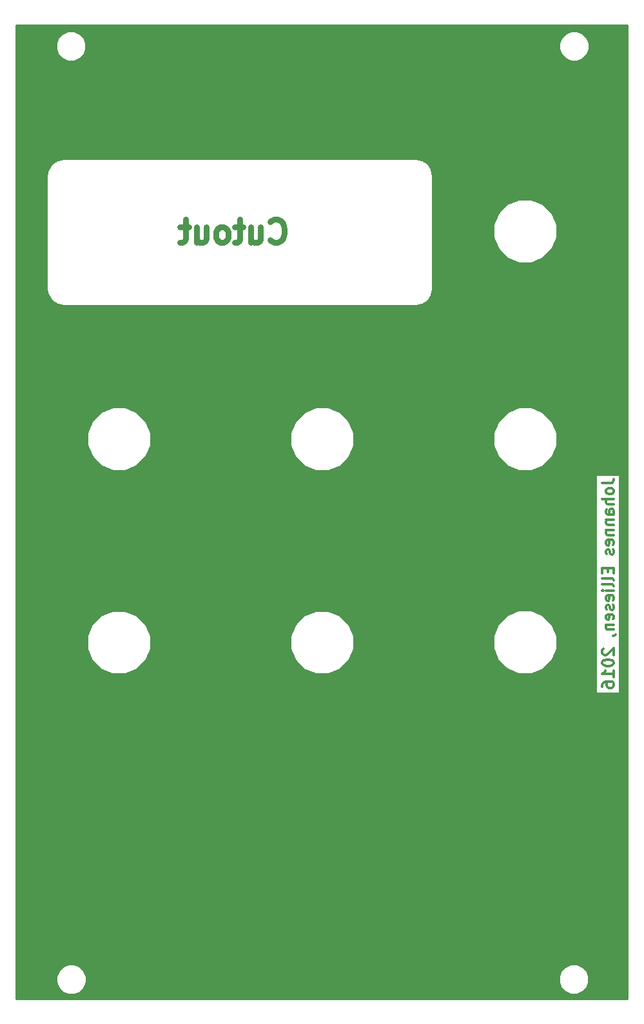
<source format=gbr>
G04 #@! TF.FileFunction,Copper,L2,Bot,Signal*
%FSLAX46Y46*%
G04 Gerber Fmt 4.6, Leading zero omitted, Abs format (unit mm)*
G04 Created by KiCad (PCBNEW 4.0.1-stable) date Donnerstag, 28. April 2016 'u16' 11:16:15*
%MOMM*%
G01*
G04 APERTURE LIST*
%ADD10C,0.150000*%
%ADD11C,0.750000*%
%ADD12C,0.300000*%
%ADD13C,7.800000*%
%ADD14C,0.254000*%
G04 APERTURE END LIST*
D10*
D11*
X114582144Y-60596429D02*
X114725001Y-60739286D01*
X115153572Y-60882143D01*
X115439286Y-60882143D01*
X115867858Y-60739286D01*
X116153572Y-60453571D01*
X116296429Y-60167857D01*
X116439286Y-59596429D01*
X116439286Y-59167857D01*
X116296429Y-58596429D01*
X116153572Y-58310714D01*
X115867858Y-58025000D01*
X115439286Y-57882143D01*
X115153572Y-57882143D01*
X114725001Y-58025000D01*
X114582144Y-58167857D01*
X112010715Y-58882143D02*
X112010715Y-60882143D01*
X113296429Y-58882143D02*
X113296429Y-60453571D01*
X113153572Y-60739286D01*
X112867858Y-60882143D01*
X112439286Y-60882143D01*
X112153572Y-60739286D01*
X112010715Y-60596429D01*
X111010715Y-58882143D02*
X109867858Y-58882143D01*
X110582143Y-57882143D02*
X110582143Y-60453571D01*
X110439286Y-60739286D01*
X110153572Y-60882143D01*
X109867858Y-60882143D01*
X108439286Y-60882143D02*
X108725000Y-60739286D01*
X108867857Y-60596429D01*
X109010714Y-60310714D01*
X109010714Y-59453571D01*
X108867857Y-59167857D01*
X108725000Y-59025000D01*
X108439286Y-58882143D01*
X108010714Y-58882143D01*
X107725000Y-59025000D01*
X107582143Y-59167857D01*
X107439286Y-59453571D01*
X107439286Y-60310714D01*
X107582143Y-60596429D01*
X107725000Y-60739286D01*
X108010714Y-60882143D01*
X108439286Y-60882143D01*
X104867857Y-58882143D02*
X104867857Y-60882143D01*
X106153571Y-58882143D02*
X106153571Y-60453571D01*
X106010714Y-60739286D01*
X105725000Y-60882143D01*
X105296428Y-60882143D01*
X105010714Y-60739286D01*
X104867857Y-60596429D01*
X103867857Y-58882143D02*
X102725000Y-58882143D01*
X103439285Y-57882143D02*
X103439285Y-60453571D01*
X103296428Y-60739286D01*
X103010714Y-60882143D01*
X102725000Y-60882143D01*
D12*
X158178571Y-92521429D02*
X159250000Y-92521429D01*
X159464286Y-92450001D01*
X159607143Y-92307144D01*
X159678571Y-92092858D01*
X159678571Y-91950001D01*
X159678571Y-93450001D02*
X159607143Y-93307143D01*
X159535714Y-93235715D01*
X159392857Y-93164286D01*
X158964286Y-93164286D01*
X158821429Y-93235715D01*
X158750000Y-93307143D01*
X158678571Y-93450001D01*
X158678571Y-93664286D01*
X158750000Y-93807143D01*
X158821429Y-93878572D01*
X158964286Y-93950001D01*
X159392857Y-93950001D01*
X159535714Y-93878572D01*
X159607143Y-93807143D01*
X159678571Y-93664286D01*
X159678571Y-93450001D01*
X159678571Y-94592858D02*
X158178571Y-94592858D01*
X159678571Y-95235715D02*
X158892857Y-95235715D01*
X158750000Y-95164286D01*
X158678571Y-95021429D01*
X158678571Y-94807144D01*
X158750000Y-94664286D01*
X158821429Y-94592858D01*
X159678571Y-96592858D02*
X158892857Y-96592858D01*
X158750000Y-96521429D01*
X158678571Y-96378572D01*
X158678571Y-96092858D01*
X158750000Y-95950001D01*
X159607143Y-96592858D02*
X159678571Y-96450001D01*
X159678571Y-96092858D01*
X159607143Y-95950001D01*
X159464286Y-95878572D01*
X159321429Y-95878572D01*
X159178571Y-95950001D01*
X159107143Y-96092858D01*
X159107143Y-96450001D01*
X159035714Y-96592858D01*
X158678571Y-97307144D02*
X159678571Y-97307144D01*
X158821429Y-97307144D02*
X158750000Y-97378572D01*
X158678571Y-97521430D01*
X158678571Y-97735715D01*
X158750000Y-97878572D01*
X158892857Y-97950001D01*
X159678571Y-97950001D01*
X158678571Y-98664287D02*
X159678571Y-98664287D01*
X158821429Y-98664287D02*
X158750000Y-98735715D01*
X158678571Y-98878573D01*
X158678571Y-99092858D01*
X158750000Y-99235715D01*
X158892857Y-99307144D01*
X159678571Y-99307144D01*
X159607143Y-100592858D02*
X159678571Y-100450001D01*
X159678571Y-100164287D01*
X159607143Y-100021430D01*
X159464286Y-99950001D01*
X158892857Y-99950001D01*
X158750000Y-100021430D01*
X158678571Y-100164287D01*
X158678571Y-100450001D01*
X158750000Y-100592858D01*
X158892857Y-100664287D01*
X159035714Y-100664287D01*
X159178571Y-99950001D01*
X159607143Y-101235715D02*
X159678571Y-101378572D01*
X159678571Y-101664287D01*
X159607143Y-101807144D01*
X159464286Y-101878572D01*
X159392857Y-101878572D01*
X159250000Y-101807144D01*
X159178571Y-101664287D01*
X159178571Y-101450001D01*
X159107143Y-101307144D01*
X158964286Y-101235715D01*
X158892857Y-101235715D01*
X158750000Y-101307144D01*
X158678571Y-101450001D01*
X158678571Y-101664287D01*
X158750000Y-101807144D01*
X158892857Y-103664287D02*
X158892857Y-104164287D01*
X159678571Y-104378573D02*
X159678571Y-103664287D01*
X158178571Y-103664287D01*
X158178571Y-104378573D01*
X159678571Y-105235716D02*
X159607143Y-105092858D01*
X159464286Y-105021430D01*
X158178571Y-105021430D01*
X159678571Y-106021430D02*
X159607143Y-105878572D01*
X159464286Y-105807144D01*
X158178571Y-105807144D01*
X159678571Y-106592858D02*
X158678571Y-106592858D01*
X158178571Y-106592858D02*
X158250000Y-106521429D01*
X158321429Y-106592858D01*
X158250000Y-106664286D01*
X158178571Y-106592858D01*
X158321429Y-106592858D01*
X159607143Y-107878572D02*
X159678571Y-107735715D01*
X159678571Y-107450001D01*
X159607143Y-107307144D01*
X159464286Y-107235715D01*
X158892857Y-107235715D01*
X158750000Y-107307144D01*
X158678571Y-107450001D01*
X158678571Y-107735715D01*
X158750000Y-107878572D01*
X158892857Y-107950001D01*
X159035714Y-107950001D01*
X159178571Y-107235715D01*
X159607143Y-108521429D02*
X159678571Y-108664286D01*
X159678571Y-108950001D01*
X159607143Y-109092858D01*
X159464286Y-109164286D01*
X159392857Y-109164286D01*
X159250000Y-109092858D01*
X159178571Y-108950001D01*
X159178571Y-108735715D01*
X159107143Y-108592858D01*
X158964286Y-108521429D01*
X158892857Y-108521429D01*
X158750000Y-108592858D01*
X158678571Y-108735715D01*
X158678571Y-108950001D01*
X158750000Y-109092858D01*
X159607143Y-110378572D02*
X159678571Y-110235715D01*
X159678571Y-109950001D01*
X159607143Y-109807144D01*
X159464286Y-109735715D01*
X158892857Y-109735715D01*
X158750000Y-109807144D01*
X158678571Y-109950001D01*
X158678571Y-110235715D01*
X158750000Y-110378572D01*
X158892857Y-110450001D01*
X159035714Y-110450001D01*
X159178571Y-109735715D01*
X158678571Y-111092858D02*
X159678571Y-111092858D01*
X158821429Y-111092858D02*
X158750000Y-111164286D01*
X158678571Y-111307144D01*
X158678571Y-111521429D01*
X158750000Y-111664286D01*
X158892857Y-111735715D01*
X159678571Y-111735715D01*
X159607143Y-112521429D02*
X159678571Y-112521429D01*
X159821429Y-112450001D01*
X159892857Y-112378572D01*
X158321429Y-114235715D02*
X158250000Y-114307144D01*
X158178571Y-114450001D01*
X158178571Y-114807144D01*
X158250000Y-114950001D01*
X158321429Y-115021430D01*
X158464286Y-115092858D01*
X158607143Y-115092858D01*
X158821429Y-115021430D01*
X159678571Y-114164287D01*
X159678571Y-115092858D01*
X158178571Y-116021429D02*
X158178571Y-116164286D01*
X158250000Y-116307143D01*
X158321429Y-116378572D01*
X158464286Y-116450001D01*
X158750000Y-116521429D01*
X159107143Y-116521429D01*
X159392857Y-116450001D01*
X159535714Y-116378572D01*
X159607143Y-116307143D01*
X159678571Y-116164286D01*
X159678571Y-116021429D01*
X159607143Y-115878572D01*
X159535714Y-115807143D01*
X159392857Y-115735715D01*
X159107143Y-115664286D01*
X158750000Y-115664286D01*
X158464286Y-115735715D01*
X158321429Y-115807143D01*
X158250000Y-115878572D01*
X158178571Y-116021429D01*
X159678571Y-117950000D02*
X159678571Y-117092857D01*
X159678571Y-117521429D02*
X158178571Y-117521429D01*
X158392857Y-117378572D01*
X158535714Y-117235714D01*
X158607143Y-117092857D01*
X158178571Y-119235714D02*
X158178571Y-118950000D01*
X158250000Y-118807143D01*
X158321429Y-118735714D01*
X158535714Y-118592857D01*
X158821429Y-118521428D01*
X159392857Y-118521428D01*
X159535714Y-118592857D01*
X159607143Y-118664285D01*
X159678571Y-118807143D01*
X159678571Y-119092857D01*
X159607143Y-119235714D01*
X159535714Y-119307143D01*
X159392857Y-119378571D01*
X159035714Y-119378571D01*
X158892857Y-119307143D01*
X158821429Y-119235714D01*
X158750000Y-119092857D01*
X158750000Y-118807143D01*
X158821429Y-118664285D01*
X158892857Y-118592857D01*
X159035714Y-118521428D01*
D13*
X88330000Y-143220000D03*
X101030000Y-143220000D03*
X113710000Y-143220000D03*
X126410000Y-143220000D03*
X139120000Y-143220000D03*
X154360000Y-143220000D03*
D14*
G36*
X161490000Y-160190000D02*
X81210000Y-160190000D01*
X81210000Y-158051524D01*
X86432657Y-158051524D01*
X86733003Y-158778418D01*
X87288657Y-159335042D01*
X88015025Y-159636656D01*
X88801524Y-159637343D01*
X89528418Y-159336997D01*
X90085042Y-158781343D01*
X90386656Y-158054975D01*
X90386693Y-158011524D01*
X152442657Y-158011524D01*
X152743003Y-158738418D01*
X153298657Y-159295042D01*
X154025025Y-159596656D01*
X154811524Y-159597343D01*
X155538418Y-159296997D01*
X156095042Y-158741343D01*
X156396656Y-158014975D01*
X156397343Y-157228476D01*
X156096997Y-156501582D01*
X155541343Y-155944958D01*
X154814975Y-155643344D01*
X154028476Y-155642657D01*
X153301582Y-155943003D01*
X152744958Y-156498657D01*
X152443344Y-157225025D01*
X152442657Y-158011524D01*
X90386693Y-158011524D01*
X90387343Y-157268476D01*
X90086997Y-156541582D01*
X89531343Y-155984958D01*
X88804975Y-155683344D01*
X88018476Y-155682657D01*
X87291582Y-155983003D01*
X86734958Y-156538657D01*
X86433344Y-157265025D01*
X86432657Y-158051524D01*
X81210000Y-158051524D01*
X81210000Y-114227211D01*
X90492277Y-114227211D01*
X91126847Y-115762989D01*
X92300830Y-116939023D01*
X93835498Y-117576273D01*
X95497211Y-117577723D01*
X97032989Y-116943153D01*
X98209023Y-115769170D01*
X98846273Y-114234502D01*
X98846279Y-114227211D01*
X117172277Y-114227211D01*
X117806847Y-115762989D01*
X118980830Y-116939023D01*
X120515498Y-117576273D01*
X122177211Y-117577723D01*
X123712989Y-116943153D01*
X124889023Y-115769170D01*
X125526273Y-114234502D01*
X125526305Y-114197211D01*
X143832277Y-114197211D01*
X144466847Y-115732989D01*
X145640830Y-116909023D01*
X147175498Y-117546273D01*
X148837211Y-117547723D01*
X150372989Y-116913153D01*
X151549023Y-115739170D01*
X152186273Y-114204502D01*
X152187723Y-112542789D01*
X151553153Y-111007011D01*
X150379170Y-109830977D01*
X148844502Y-109193727D01*
X147182789Y-109192277D01*
X145647011Y-109826847D01*
X144470977Y-111000830D01*
X143833727Y-112535498D01*
X143832277Y-114197211D01*
X125526305Y-114197211D01*
X125527723Y-112572789D01*
X124893153Y-111037011D01*
X123719170Y-109860977D01*
X122184502Y-109223727D01*
X120522789Y-109222277D01*
X118987011Y-109856847D01*
X117810977Y-111030830D01*
X117173727Y-112565498D01*
X117172277Y-114227211D01*
X98846279Y-114227211D01*
X98847723Y-112572789D01*
X98213153Y-111037011D01*
X97039170Y-109860977D01*
X95504502Y-109223727D01*
X93842789Y-109222277D01*
X92307011Y-109856847D01*
X91130977Y-111030830D01*
X90493727Y-112565498D01*
X90492277Y-114227211D01*
X81210000Y-114227211D01*
X81210000Y-91350715D01*
X157265000Y-91350715D01*
X157265000Y-120049285D01*
X160435000Y-120049285D01*
X160435000Y-91350715D01*
X157265000Y-91350715D01*
X81210000Y-91350715D01*
X81210000Y-87507211D01*
X90502277Y-87507211D01*
X91136847Y-89042989D01*
X92310830Y-90219023D01*
X93845498Y-90856273D01*
X95507211Y-90857723D01*
X97042989Y-90223153D01*
X98219023Y-89049170D01*
X98846843Y-87537211D01*
X117192277Y-87537211D01*
X117826847Y-89072989D01*
X119000830Y-90249023D01*
X120535498Y-90886273D01*
X122197211Y-90887723D01*
X123732989Y-90253153D01*
X124909023Y-89079170D01*
X125546273Y-87544502D01*
X125546279Y-87537211D01*
X143852277Y-87537211D01*
X144486847Y-89072989D01*
X145660830Y-90249023D01*
X147195498Y-90886273D01*
X148857211Y-90887723D01*
X150392989Y-90253153D01*
X151569023Y-89079170D01*
X152206273Y-87544502D01*
X152207723Y-85882789D01*
X151573153Y-84347011D01*
X150399170Y-83170977D01*
X148864502Y-82533727D01*
X147202789Y-82532277D01*
X145667011Y-83166847D01*
X144490977Y-84340830D01*
X143853727Y-85875498D01*
X143852277Y-87537211D01*
X125546279Y-87537211D01*
X125547723Y-85882789D01*
X124913153Y-84347011D01*
X123739170Y-83170977D01*
X122204502Y-82533727D01*
X120542789Y-82532277D01*
X119007011Y-83166847D01*
X117830977Y-84340830D01*
X117193727Y-85875498D01*
X117192277Y-87537211D01*
X98846843Y-87537211D01*
X98856273Y-87514502D01*
X98857723Y-85852789D01*
X98223153Y-84317011D01*
X97049170Y-83140977D01*
X95514502Y-82503727D01*
X93852789Y-82502277D01*
X92317011Y-83136847D01*
X91140977Y-84310830D01*
X90503727Y-85845498D01*
X90502277Y-87507211D01*
X81210000Y-87507211D01*
X81210000Y-52200000D01*
X85190000Y-52200000D01*
X85190000Y-66900000D01*
X85195957Y-66929947D01*
X85195957Y-66960478D01*
X85348197Y-67725845D01*
X85394485Y-67837594D01*
X85828029Y-68486438D01*
X85828030Y-68486441D01*
X85913559Y-68571970D01*
X86562406Y-69005515D01*
X86674155Y-69051803D01*
X86674160Y-69051803D01*
X87439522Y-69204043D01*
X87470053Y-69204043D01*
X87500000Y-69210000D01*
X133600000Y-69210000D01*
X133629947Y-69204043D01*
X133660478Y-69204043D01*
X134425845Y-69051803D01*
X134537594Y-69005515D01*
X135186438Y-68571971D01*
X135186441Y-68571970D01*
X135271970Y-68486441D01*
X135705515Y-67837594D01*
X135751803Y-67725845D01*
X135751803Y-67725840D01*
X135904043Y-66960478D01*
X135904043Y-66929947D01*
X135910000Y-66900000D01*
X135910000Y-60227211D01*
X143842277Y-60227211D01*
X144476847Y-61762989D01*
X145650830Y-62939023D01*
X147185498Y-63576273D01*
X148847211Y-63577723D01*
X150382989Y-62943153D01*
X151559023Y-61769170D01*
X152196273Y-60234502D01*
X152197723Y-58572789D01*
X151563153Y-57037011D01*
X150389170Y-55860977D01*
X148854502Y-55223727D01*
X147192789Y-55222277D01*
X145657011Y-55856847D01*
X144480977Y-57030830D01*
X143843727Y-58565498D01*
X143842277Y-60227211D01*
X135910000Y-60227211D01*
X135910000Y-52200000D01*
X135904043Y-52170053D01*
X135904043Y-52139522D01*
X135751803Y-51374160D01*
X135751803Y-51374155D01*
X135705515Y-51262406D01*
X135271970Y-50613559D01*
X135186441Y-50528030D01*
X135186438Y-50528029D01*
X134537594Y-50094485D01*
X134425845Y-50048197D01*
X133660478Y-49895957D01*
X133629947Y-49895957D01*
X133600000Y-49890000D01*
X87500000Y-49890000D01*
X87470053Y-49895957D01*
X87439522Y-49895957D01*
X86674160Y-50048197D01*
X86562406Y-50094485D01*
X85913559Y-50528030D01*
X85828030Y-50613559D01*
X85828030Y-50613560D01*
X85394485Y-51262406D01*
X85348197Y-51374155D01*
X85195957Y-52139522D01*
X85195957Y-52170053D01*
X85190000Y-52200000D01*
X81210000Y-52200000D01*
X81210000Y-35511524D01*
X86412657Y-35511524D01*
X86713003Y-36238418D01*
X87268657Y-36795042D01*
X87995025Y-37096656D01*
X88781524Y-37097343D01*
X89508418Y-36796997D01*
X90065042Y-36241343D01*
X90366656Y-35514975D01*
X90366659Y-35511524D01*
X152472657Y-35511524D01*
X152773003Y-36238418D01*
X153328657Y-36795042D01*
X154055025Y-37096656D01*
X154841524Y-37097343D01*
X155568418Y-36796997D01*
X156125042Y-36241343D01*
X156426656Y-35514975D01*
X156427343Y-34728476D01*
X156126997Y-34001582D01*
X155571343Y-33444958D01*
X154844975Y-33143344D01*
X154058476Y-33142657D01*
X153331582Y-33443003D01*
X152774958Y-33998657D01*
X152473344Y-34725025D01*
X152472657Y-35511524D01*
X90366659Y-35511524D01*
X90367343Y-34728476D01*
X90066997Y-34001582D01*
X89511343Y-33444958D01*
X88784975Y-33143344D01*
X87998476Y-33142657D01*
X87271582Y-33443003D01*
X86714958Y-33998657D01*
X86413344Y-34725025D01*
X86412657Y-35511524D01*
X81210000Y-35511524D01*
X81210000Y-32410000D01*
X161490000Y-32410000D01*
X161490000Y-160190000D01*
X161490000Y-160190000D01*
G37*
X161490000Y-160190000D02*
X81210000Y-160190000D01*
X81210000Y-158051524D01*
X86432657Y-158051524D01*
X86733003Y-158778418D01*
X87288657Y-159335042D01*
X88015025Y-159636656D01*
X88801524Y-159637343D01*
X89528418Y-159336997D01*
X90085042Y-158781343D01*
X90386656Y-158054975D01*
X90386693Y-158011524D01*
X152442657Y-158011524D01*
X152743003Y-158738418D01*
X153298657Y-159295042D01*
X154025025Y-159596656D01*
X154811524Y-159597343D01*
X155538418Y-159296997D01*
X156095042Y-158741343D01*
X156396656Y-158014975D01*
X156397343Y-157228476D01*
X156096997Y-156501582D01*
X155541343Y-155944958D01*
X154814975Y-155643344D01*
X154028476Y-155642657D01*
X153301582Y-155943003D01*
X152744958Y-156498657D01*
X152443344Y-157225025D01*
X152442657Y-158011524D01*
X90386693Y-158011524D01*
X90387343Y-157268476D01*
X90086997Y-156541582D01*
X89531343Y-155984958D01*
X88804975Y-155683344D01*
X88018476Y-155682657D01*
X87291582Y-155983003D01*
X86734958Y-156538657D01*
X86433344Y-157265025D01*
X86432657Y-158051524D01*
X81210000Y-158051524D01*
X81210000Y-114227211D01*
X90492277Y-114227211D01*
X91126847Y-115762989D01*
X92300830Y-116939023D01*
X93835498Y-117576273D01*
X95497211Y-117577723D01*
X97032989Y-116943153D01*
X98209023Y-115769170D01*
X98846273Y-114234502D01*
X98846279Y-114227211D01*
X117172277Y-114227211D01*
X117806847Y-115762989D01*
X118980830Y-116939023D01*
X120515498Y-117576273D01*
X122177211Y-117577723D01*
X123712989Y-116943153D01*
X124889023Y-115769170D01*
X125526273Y-114234502D01*
X125526305Y-114197211D01*
X143832277Y-114197211D01*
X144466847Y-115732989D01*
X145640830Y-116909023D01*
X147175498Y-117546273D01*
X148837211Y-117547723D01*
X150372989Y-116913153D01*
X151549023Y-115739170D01*
X152186273Y-114204502D01*
X152187723Y-112542789D01*
X151553153Y-111007011D01*
X150379170Y-109830977D01*
X148844502Y-109193727D01*
X147182789Y-109192277D01*
X145647011Y-109826847D01*
X144470977Y-111000830D01*
X143833727Y-112535498D01*
X143832277Y-114197211D01*
X125526305Y-114197211D01*
X125527723Y-112572789D01*
X124893153Y-111037011D01*
X123719170Y-109860977D01*
X122184502Y-109223727D01*
X120522789Y-109222277D01*
X118987011Y-109856847D01*
X117810977Y-111030830D01*
X117173727Y-112565498D01*
X117172277Y-114227211D01*
X98846279Y-114227211D01*
X98847723Y-112572789D01*
X98213153Y-111037011D01*
X97039170Y-109860977D01*
X95504502Y-109223727D01*
X93842789Y-109222277D01*
X92307011Y-109856847D01*
X91130977Y-111030830D01*
X90493727Y-112565498D01*
X90492277Y-114227211D01*
X81210000Y-114227211D01*
X81210000Y-91350715D01*
X157265000Y-91350715D01*
X157265000Y-120049285D01*
X160435000Y-120049285D01*
X160435000Y-91350715D01*
X157265000Y-91350715D01*
X81210000Y-91350715D01*
X81210000Y-87507211D01*
X90502277Y-87507211D01*
X91136847Y-89042989D01*
X92310830Y-90219023D01*
X93845498Y-90856273D01*
X95507211Y-90857723D01*
X97042989Y-90223153D01*
X98219023Y-89049170D01*
X98846843Y-87537211D01*
X117192277Y-87537211D01*
X117826847Y-89072989D01*
X119000830Y-90249023D01*
X120535498Y-90886273D01*
X122197211Y-90887723D01*
X123732989Y-90253153D01*
X124909023Y-89079170D01*
X125546273Y-87544502D01*
X125546279Y-87537211D01*
X143852277Y-87537211D01*
X144486847Y-89072989D01*
X145660830Y-90249023D01*
X147195498Y-90886273D01*
X148857211Y-90887723D01*
X150392989Y-90253153D01*
X151569023Y-89079170D01*
X152206273Y-87544502D01*
X152207723Y-85882789D01*
X151573153Y-84347011D01*
X150399170Y-83170977D01*
X148864502Y-82533727D01*
X147202789Y-82532277D01*
X145667011Y-83166847D01*
X144490977Y-84340830D01*
X143853727Y-85875498D01*
X143852277Y-87537211D01*
X125546279Y-87537211D01*
X125547723Y-85882789D01*
X124913153Y-84347011D01*
X123739170Y-83170977D01*
X122204502Y-82533727D01*
X120542789Y-82532277D01*
X119007011Y-83166847D01*
X117830977Y-84340830D01*
X117193727Y-85875498D01*
X117192277Y-87537211D01*
X98846843Y-87537211D01*
X98856273Y-87514502D01*
X98857723Y-85852789D01*
X98223153Y-84317011D01*
X97049170Y-83140977D01*
X95514502Y-82503727D01*
X93852789Y-82502277D01*
X92317011Y-83136847D01*
X91140977Y-84310830D01*
X90503727Y-85845498D01*
X90502277Y-87507211D01*
X81210000Y-87507211D01*
X81210000Y-52200000D01*
X85190000Y-52200000D01*
X85190000Y-66900000D01*
X85195957Y-66929947D01*
X85195957Y-66960478D01*
X85348197Y-67725845D01*
X85394485Y-67837594D01*
X85828029Y-68486438D01*
X85828030Y-68486441D01*
X85913559Y-68571970D01*
X86562406Y-69005515D01*
X86674155Y-69051803D01*
X86674160Y-69051803D01*
X87439522Y-69204043D01*
X87470053Y-69204043D01*
X87500000Y-69210000D01*
X133600000Y-69210000D01*
X133629947Y-69204043D01*
X133660478Y-69204043D01*
X134425845Y-69051803D01*
X134537594Y-69005515D01*
X135186438Y-68571971D01*
X135186441Y-68571970D01*
X135271970Y-68486441D01*
X135705515Y-67837594D01*
X135751803Y-67725845D01*
X135751803Y-67725840D01*
X135904043Y-66960478D01*
X135904043Y-66929947D01*
X135910000Y-66900000D01*
X135910000Y-60227211D01*
X143842277Y-60227211D01*
X144476847Y-61762989D01*
X145650830Y-62939023D01*
X147185498Y-63576273D01*
X148847211Y-63577723D01*
X150382989Y-62943153D01*
X151559023Y-61769170D01*
X152196273Y-60234502D01*
X152197723Y-58572789D01*
X151563153Y-57037011D01*
X150389170Y-55860977D01*
X148854502Y-55223727D01*
X147192789Y-55222277D01*
X145657011Y-55856847D01*
X144480977Y-57030830D01*
X143843727Y-58565498D01*
X143842277Y-60227211D01*
X135910000Y-60227211D01*
X135910000Y-52200000D01*
X135904043Y-52170053D01*
X135904043Y-52139522D01*
X135751803Y-51374160D01*
X135751803Y-51374155D01*
X135705515Y-51262406D01*
X135271970Y-50613559D01*
X135186441Y-50528030D01*
X135186438Y-50528029D01*
X134537594Y-50094485D01*
X134425845Y-50048197D01*
X133660478Y-49895957D01*
X133629947Y-49895957D01*
X133600000Y-49890000D01*
X87500000Y-49890000D01*
X87470053Y-49895957D01*
X87439522Y-49895957D01*
X86674160Y-50048197D01*
X86562406Y-50094485D01*
X85913559Y-50528030D01*
X85828030Y-50613559D01*
X85828030Y-50613560D01*
X85394485Y-51262406D01*
X85348197Y-51374155D01*
X85195957Y-52139522D01*
X85195957Y-52170053D01*
X85190000Y-52200000D01*
X81210000Y-52200000D01*
X81210000Y-35511524D01*
X86412657Y-35511524D01*
X86713003Y-36238418D01*
X87268657Y-36795042D01*
X87995025Y-37096656D01*
X88781524Y-37097343D01*
X89508418Y-36796997D01*
X90065042Y-36241343D01*
X90366656Y-35514975D01*
X90366659Y-35511524D01*
X152472657Y-35511524D01*
X152773003Y-36238418D01*
X153328657Y-36795042D01*
X154055025Y-37096656D01*
X154841524Y-37097343D01*
X155568418Y-36796997D01*
X156125042Y-36241343D01*
X156426656Y-35514975D01*
X156427343Y-34728476D01*
X156126997Y-34001582D01*
X155571343Y-33444958D01*
X154844975Y-33143344D01*
X154058476Y-33142657D01*
X153331582Y-33443003D01*
X152774958Y-33998657D01*
X152473344Y-34725025D01*
X152472657Y-35511524D01*
X90366659Y-35511524D01*
X90367343Y-34728476D01*
X90066997Y-34001582D01*
X89511343Y-33444958D01*
X88784975Y-33143344D01*
X87998476Y-33142657D01*
X87271582Y-33443003D01*
X86714958Y-33998657D01*
X86413344Y-34725025D01*
X86412657Y-35511524D01*
X81210000Y-35511524D01*
X81210000Y-32410000D01*
X161490000Y-32410000D01*
X161490000Y-160190000D01*
M02*

</source>
